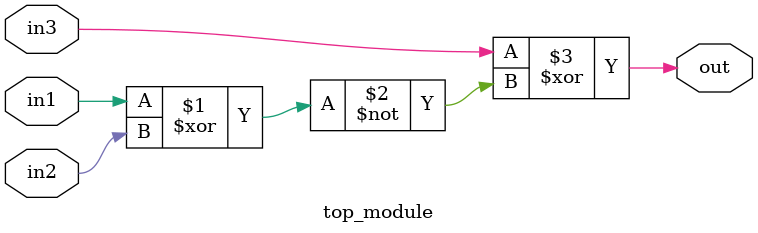
<source format=v>
module top_module (
    input in1,
    input in2,
    input in3,
    output out);
    assign out = in3 ^ (~(in1 ^ in2));
endmodule

</source>
